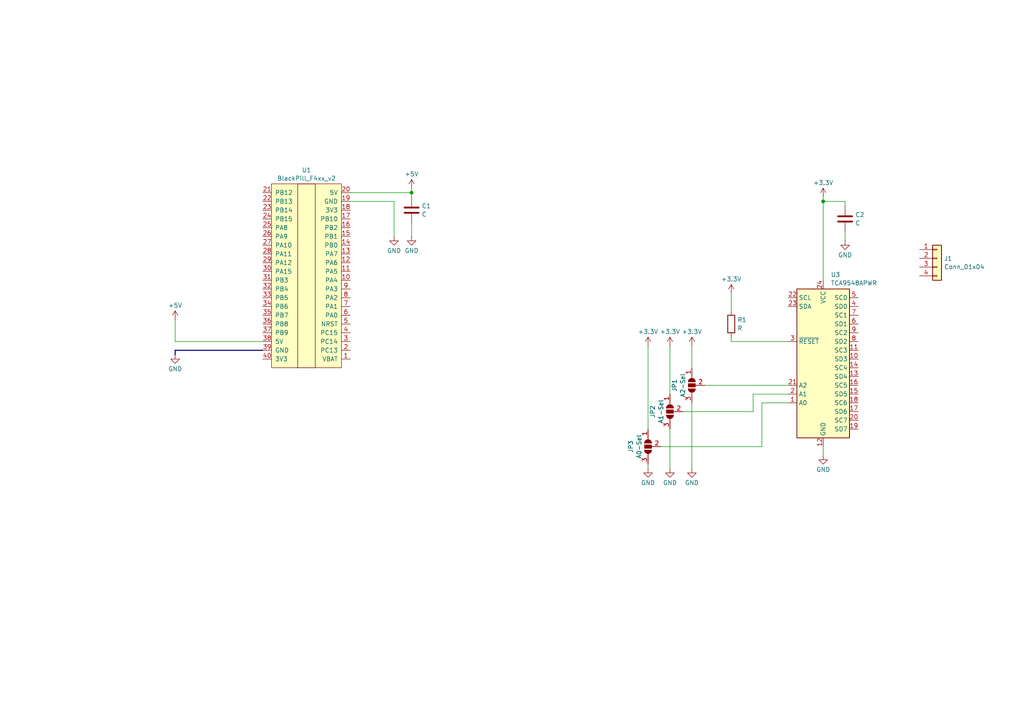
<source format=kicad_sch>
(kicad_sch (version 20231120) (generator "eeschema") (generator_version "8.0")
  (paper "A4")
  (lib_symbols
    (symbol "BlackPill_F4xx_v2:BlackPill_F4xx_v2" (pin_names (offset 1.016))
      (property "Reference" "U" (at -19.05 52.07 0))
      (property "Value" "BlackPill_F4xx_v2" (at -7.62 52.07 0))
      (symbol "BlackPill_F4xx_v2_0_1"
        (rectangle (start -20.32 50.8) (end 0 -2.54) (fill (type background)))
        (rectangle (start -12.7 50.8) (end -7.62 -2.54))
      )
      (symbol "BlackPill_F4xx_v2_1_1"
        (pin power_in line (at 2.54 0 180) (length 2.54) (name "VBAT") (number "1"))
        (pin bidirectional line (at 2.54 22.86 180) (length 2.54) (name "PA4") (number "10"))
        (pin bidirectional line (at 2.54 25.4 180) (length 2.54) (name "PA5") (number "11"))
        (pin bidirectional line (at 2.54 27.94 180) (length 2.54) (name "PA6") (number "12"))
        (pin bidirectional line (at 2.54 30.48 180) (length 2.54) (name "PA7") (number "13"))
        (pin bidirectional line (at 2.54 33.02 180) (length 2.54) (name "PB0") (number "14"))
        (pin bidirectional line (at 2.54 35.56 180) (length 2.54) (name "PB1") (number "15"))
        (pin bidirectional line (at 2.54 38.1 180) (length 2.54) (name "PB2") (number "16"))
        (pin bidirectional line (at 2.54 40.64 180) (length 2.54) (name "PB10") (number "17"))
        (pin power_in line (at 2.54 43.18 180) (length 2.54) (name "3V3") (number "18"))
        (pin power_in line (at 2.54 45.72 180) (length 2.54) (name "GND") (number "19"))
        (pin bidirectional line (at 2.54 2.54 180) (length 2.54) (name "PC13") (number "2"))
        (pin power_in line (at 2.54 48.26 180) (length 2.54) (name "5V") (number "20"))
        (pin bidirectional line (at -22.86 48.26 0) (length 2.54) (name "PB12") (number "21"))
        (pin bidirectional line (at -22.86 45.72 0) (length 2.54) (name "PB13") (number "22"))
        (pin bidirectional line (at -22.86 43.18 0) (length 2.54) (name "PB14") (number "23"))
        (pin bidirectional line (at -22.86 40.64 0) (length 2.54) (name "PB15") (number "24"))
        (pin bidirectional line (at -22.86 38.1 0) (length 2.54) (name "PA8") (number "25"))
        (pin bidirectional line (at -22.86 35.56 0) (length 2.54) (name "PA9") (number "26"))
        (pin bidirectional line (at -22.86 33.02 0) (length 2.54) (name "PA10") (number "27"))
        (pin bidirectional line (at -22.86 30.48 0) (length 2.54) (name "PA11") (number "28"))
        (pin bidirectional line (at -22.86 27.94 0) (length 2.54) (name "PA12") (number "29"))
        (pin bidirectional line (at 2.54 5.08 180) (length 2.54) (name "PC14") (number "3"))
        (pin bidirectional line (at -22.86 25.4 0) (length 2.54) (name "PA15") (number "30"))
        (pin bidirectional line (at -22.86 22.86 0) (length 2.54) (name "PB3") (number "31"))
        (pin bidirectional line (at -22.86 20.32 0) (length 2.54) (name "PB4") (number "32"))
        (pin bidirectional line (at -22.86 17.78 0) (length 2.54) (name "PB5") (number "33"))
        (pin bidirectional line (at -22.86 15.24 0) (length 2.54) (name "PB6") (number "34"))
        (pin bidirectional line (at -22.86 12.7 0) (length 2.54) (name "PB7") (number "35"))
        (pin bidirectional line (at -22.86 10.16 0) (length 2.54) (name "PB8") (number "36"))
        (pin bidirectional line (at -22.86 7.62 0) (length 2.54) (name "PB9") (number "37"))
        (pin bidirectional line (at -22.86 5.08 0) (length 2.54) (name "5V") (number "38"))
        (pin bidirectional line (at -22.86 2.54 0) (length 2.54) (name "GND") (number "39"))
        (pin bidirectional line (at 2.54 7.62 180) (length 2.54) (name "PC15") (number "4"))
        (pin bidirectional line (at -22.86 0 0) (length 2.54) (name "3V3") (number "40"))
        (pin input line (at 2.54 10.16 180) (length 2.54) (name "NRST") (number "5"))
        (pin bidirectional line (at 2.54 12.7 180) (length 2.54) (name "PA0") (number "6"))
        (pin bidirectional line (at 2.54 15.24 180) (length 2.54) (name "PA1") (number "7"))
        (pin bidirectional line (at 2.54 17.78 180) (length 2.54) (name "PA2") (number "8"))
        (pin bidirectional line (at 2.54 20.32 180) (length 2.54) (name "PA3") (number "9"))
      )
    )
    (symbol "Connector_Generic:Conn_01x04" (pin_names (offset 1.016) hide)
      (property "Reference" "J" (at 0 5.08 0))
      (property "Value" "Conn_01x04" (at 0 -7.62 0))
      (symbol "Conn_01x04_1_1"
        (rectangle (start -1.27 -4.953) (end 0 -5.207) (stroke (width 0.1524)))
        (rectangle (start -1.27 -2.413) (end 0 -2.667) (stroke (width 0.1524)))
        (rectangle (start -1.27 0.127) (end 0 -0.127) (stroke (width 0.1524)))
        (rectangle (start -1.27 2.667) (end 0 2.413) (stroke (width 0.1524)))
        (rectangle (start -1.27 3.81) (end 1.27 -6.35) (stroke (width 0.254)) (fill (type background)))
        (pin passive line (at -5.08 2.54 0) (length 3.81) (name "Pin_1") (number "1"))
        (pin passive line (at -5.08 0 0) (length 3.81) (name "Pin_2") (number "2"))
        (pin passive line (at -5.08 -2.54 0) (length 3.81) (name "Pin_3") (number "3"))
        (pin passive line (at -5.08 -5.08 0) (length 3.81) (name "Pin_4") (number "4"))
      )
    )
    (symbol "Device:C" (pin_numbers hide) (pin_names (offset 0.254))
      (property "Reference" "C" (at 0.635 2.54 0))
      (property "Value" "C" (at 0.635 -2.54 0))
      (symbol "C_0_1"
        (polyline (pts (xy -2.032 -0.762) (xy 2.032 -0.762)) (stroke (width 0.508)))
        (polyline (pts (xy -2.032 0.762) (xy 2.032 0.762)) (stroke (width 0.508)))
      )
      (symbol "C_1_1"
        (pin passive line (at 0 3.81 270) (length 2.794) (name "~") (number "1"))
        (pin passive line (at 0 -3.81 90) (length 2.794) (name "~") (number "2"))
      )
    )
    (symbol "Device:R" (pin_numbers hide) (pin_names (offset 0))
      (property "Reference" "R" (at 2.032 0 90))
      (property "Value" "R" (at 0 0 90))
      (symbol "R_0_1"
        (rectangle (start -1.016 -2.54) (end 1.016 2.54) (stroke (width 0.254)))
      )
      (symbol "R_1_1"
        (pin passive line (at 0 3.81 270) (length 1.27) (name "~") (number "1"))
        (pin passive line (at 0 -3.81 90) (length 1.27) (name "~") (number "2"))
      )
    )
    (symbol "Interface_Expansion:TCA9548APWR"
      (property "Reference" "U" (at -7.62 21.59 0))
      (property "Value" "TCA9548APWR" (at 1.016 21.59 0))
      (symbol "TCA9548APWR_0_1"
        (rectangle (start -7.62 20.32) (end 7.62 -22.86) (stroke (width 0.254)) (fill (type background)))
      )
      (symbol "TCA9548APWR_1_1"
        (pin input line (at -10.16 -12.7 0) (length 2.54) (name "A0") (number "1"))
        (pin bidirectional line (at 10.16 0 180) (length 2.54) (name "SD3") (number "10"))
        (pin output line (at 10.16 2.54 180) (length 2.54) (name "SC3") (number "11"))
        (pin power_in line (at 0 -25.4 90) (length 2.54) (name "GND") (number "12"))
        (pin bidirectional line (at 10.16 -5.08 180) (length 2.54) (name "SD4") (number "13"))
        (pin output line (at 10.16 -2.54 180) (length 2.54) (name "SC4") (number "14"))
        (pin bidirectional line (at 10.16 -10.16 180) (length 2.54) (name "SD5") (number "15"))
        (pin output line (at 10.16 -7.62 180) (length 2.54) (name "SC5") (number "16"))
        (pin bidirectional line (at 10.16 -15.24 180) (length 2.54) (name "SD6") (number "17"))
        (pin output line (at 10.16 -12.7 180) (length 2.54) (name "SC6") (number "18"))
        (pin bidirectional line (at 10.16 -20.32 180) (length 2.54) (name "SD7") (number "19"))
        (pin input line (at -10.16 -10.16 0) (length 2.54) (name "A1") (number "2"))
        (pin output line (at 10.16 -17.78 180) (length 2.54) (name "SC7") (number "20"))
        (pin input line (at -10.16 -7.62 0) (length 2.54) (name "A2") (number "21"))
        (pin input line (at -10.16 17.78 0) (length 2.54) (name "SCL") (number "22"))
        (pin bidirectional line (at -10.16 15.24 0) (length 2.54) (name "SDA") (number "23"))
        (pin power_in line (at 0 22.86 270) (length 2.54) (name "VCC") (number "24"))
        (pin input line (at -10.16 5.08 0) (length 2.54) (name "~{RESET}") (number "3"))
        (pin bidirectional line (at 10.16 15.24 180) (length 2.54) (name "SD0") (number "4"))
        (pin output line (at 10.16 17.78 180) (length 2.54) (name "SC0") (number "5"))
        (pin bidirectional line (at 10.16 10.16 180) (length 2.54) (name "SD1") (number "6"))
        (pin output line (at 10.16 12.7 180) (length 2.54) (name "SC1") (number "7"))
        (pin bidirectional line (at 10.16 5.08 180) (length 2.54) (name "SD2") (number "8"))
        (pin output line (at 10.16 7.62 180) (length 2.54) (name "SC2") (number "9"))
      )
    )
    (symbol "Jumper:SolderJumper_3_Open" (pin_names (offset 0) hide) (exclude_from_sim yes) (in_bom no)
      (property "Reference" "JP" (at -2.54 -2.54 0))
      (property "Value" "SolderJumper_3_Open" (at 0 2.794 0))
      (symbol "SolderJumper_3_Open_0_1"
        (arc (start -1.016 1.016) (mid -2.0276 0) (end -1.016 -1.016))
        (arc (start -1.016 1.016) (mid -2.0276 0) (end -1.016 -1.016) (fill (type outline)))
        (rectangle (start -0.508 1.016) (end 0.508 -1.016) (fill (type outline)))
        (polyline (pts (xy -2.54 0) (xy -2.032 0)))
        (polyline (pts (xy -1.016 1.016) (xy -1.016 -1.016)))
        (polyline (pts (xy 0 -1.27) (xy 0 -1.016)))
        (polyline (pts (xy 1.016 1.016) (xy 1.016 -1.016)))
        (polyline (pts (xy 2.54 0) (xy 2.032 0)))
        (arc (start 1.016 -1.016) (mid 2.0276 0) (end 1.016 1.016))
        (arc (start 1.016 -1.016) (mid 2.0276 0) (end 1.016 1.016) (fill (type outline)))
      )
      (symbol "SolderJumper_3_Open_1_1"
        (pin passive line (at -5.08 0 0) (length 2.54) (name "A") (number "1"))
        (pin passive line (at 0 -3.81 90) (length 2.54) (name "C") (number "2"))
        (pin passive line (at 5.08 0 180) (length 2.54) (name "B") (number "3"))
      )
    )
    (symbol "power:+3.3V" (power) (pin_numbers hide) (pin_names (offset 0) hide)
      (property "Value" "+3.3V" (at 0 3.556 0))
      (symbol "+3.3V_0_1"
        (polyline (pts (xy -0.762 1.27) (xy 0 2.54)))
        (polyline (pts (xy 0 0) (xy 0 2.54)))
        (polyline (pts (xy 0 2.54) (xy 0.762 1.27)))
      )
      (symbol "+3.3V_1_1"
        (pin power_in line (at 0 0 90) (length 0) (name "~") (number "1"))
      )
    )
    (symbol "power:+5V" (power) (pin_numbers hide) (pin_names (offset 0) hide)
      (property "Value" "+5V" (at 0 3.556 0))
      (symbol "+5V_0_1"
        (polyline (pts (xy -0.762 1.27) (xy 0 2.54)))
        (polyline (pts (xy 0 0) (xy 0 2.54)))
        (polyline (pts (xy 0 2.54) (xy 0.762 1.27)))
      )
      (symbol "+5V_1_1"
        (pin power_in line (at 0 0 90) (length 0) (name "~") (number "1"))
      )
    )
    (symbol "power:GND" (power) (pin_numbers hide) (pin_names (offset 0) hide)
      (property "Value" "GND" (at 0 -3.81 0))
      (symbol "GND_0_1"
        (polyline (pts (xy 0 0) (xy 0 -1.27) (xy 1.27 -1.27) (xy 0 -2.54) (xy -1.27 -1.27) (xy 0 -1.27)))
      )
      (symbol "GND_1_1"
        (pin power_in line (at 0 0 270) (length 0) (name "~") (number "1"))
      )
    )
  )
  (junction (at 238.76 58.42))
  (junction (at 119.38 55.88))
  (wire (pts (xy 238.76 58.42) (xy 238.76 81.28)))
  (wire (pts (xy 228.6 114.3) (xy 218.44 114.3)))
  (wire (pts (xy 200.66 116.84) (xy 200.66 135.89)))
  (wire (pts (xy 200.66 100.33) (xy 200.66 106.68)))
  (wire (pts (xy 119.38 64.77) (xy 119.38 68.58)))
  (wire (pts (xy 220.98 116.84) (xy 220.98 129.54)))
  (wire (pts (xy 187.96 134.62) (xy 187.96 135.89)))
  (wire (pts (xy 212.09 99.06) (xy 212.09 97.79)))
  (wire (pts (xy 50.8 92.71) (xy 50.8 99.06)))
  (wire (pts (xy 119.38 55.88) (xy 119.38 57.15)))
  (wire (pts (xy 212.09 85.09) (xy 212.09 90.17)))
  (wire (pts (xy 198.12 119.38) (xy 218.44 119.38)))
  (wire (pts (xy 238.76 57.15) (xy 238.76 58.42)))
  (wire (pts (xy 218.44 114.3) (xy 218.44 119.38)))
  (wire (pts (xy 194.31 100.33) (xy 194.31 114.3)))
  (wire (pts (xy 114.3 58.42) (xy 114.3 68.58)))
  (wire (pts (xy 194.31 124.46) (xy 194.31 135.89)))
  (wire (pts (xy 245.11 59.69) (xy 245.11 58.42)))
  (bus (pts (xy 76.2 101.6) (xy 50.8 101.6)))
  (wire (pts (xy 238.76 58.42) (xy 245.11 58.42)))
  (bus (pts (xy 50.8 101.6) (xy 50.8 102.87)))
  (wire (pts (xy 187.96 100.33) (xy 187.96 124.46)))
  (wire (pts (xy 204.47 111.76) (xy 228.6 111.76)))
  (wire (pts (xy 101.6 58.42) (xy 114.3 58.42)))
  (wire (pts (xy 228.6 99.06) (xy 212.09 99.06)))
  (wire (pts (xy 119.38 54.61) (xy 119.38 55.88)))
  (wire (pts (xy 238.76 129.54) (xy 238.76 132.08)))
  (wire (pts (xy 76.2 99.06) (xy 50.8 99.06)))
  (wire (pts (xy 101.6 55.88) (xy 119.38 55.88)))
  (wire (pts (xy 220.98 129.54) (xy 191.77 129.54)))
  (wire (pts (xy 228.6 116.84) (xy 220.98 116.84)))
  (wire (pts (xy 245.11 67.31) (xy 245.11 69.85)))
  (symbol (lib_id "Jumper:SolderJumper_3_Open") (at 194.31 119.38 90) (mirror x) (unit 1) (exclude_from_sim yes) (in_bom no)
    (property "Reference" "JP2" (at 189.2765 119.38 0))
    (property "Value" "A1-Sel" (at 191.7008 119.38 0))
    (property "Description" "Solder Jumper, 3-pole, open" (effects (hide yes)))
  )
  (symbol (lib_id "power:GND") (at 245.11 69.85 0) (unit 1)
    (property "Reference" "#PWR07" (effects (hide yes)))
    (property "Value" "GND" (at 245.11 73.9831 0))
    (property "Description" "Power symbol creates a global label with name \"GND\" , ground" (effects (hide yes)))
  )
  (symbol (lib_id "power:+3.3V") (at 238.76 57.15 0) (unit 1)
    (property "Reference" "#PWR06" (effects (hide yes)))
    (property "Value" "+3.3V" (at 238.76 53.0169 0))
    (property "Description" "Power symbol creates a global label with name \"+3.3V\"" (effects (hide yes)))
  )
  (symbol (lib_id "power:+3.3V") (at 187.96 100.33 0) (unit 1)
    (property "Reference" "#PWR013" (effects (hide yes)))
    (property "Value" "+3.3V" (at 187.96 96.1969 0))
    (property "Description" "Power symbol creates a global label with name \"+3.3V\"" (effects (hide yes)))
  )
  (symbol (lib_id "power:+5V") (at 50.8 92.71 0) (unit 1)
    (property "Reference" "#PWR04" (effects (hide yes)))
    (property "Value" "+5V" (at 50.8 88.5769 0))
    (property "Description" "Power symbol creates a global label with name \"+5V\"" (effects (hide yes)))
  )
  (symbol (lib_id "power:GND") (at 194.31 135.89 0) (unit 1)
    (property "Reference" "#PWR011" (effects (hide yes)))
    (property "Value" "GND" (at 194.31 140.0231 0))
    (property "Description" "Power symbol creates a global label with name \"GND\" , ground" (effects (hide yes)))
  )
  (symbol (lib_id "power:GND") (at 114.3 68.58 0) (unit 1)
    (property "Reference" "#PWR03" (effects (hide yes)))
    (property "Value" "GND" (at 114.3 72.7131 0))
    (property "Description" "Power symbol creates a global label with name \"GND\" , ground" (effects (hide yes)))
  )
  (symbol (lib_id "Jumper:SolderJumper_3_Open") (at 200.66 111.76 90) (mirror x) (unit 1) (exclude_from_sim yes) (in_bom no)
    (property "Reference" "JP1" (at 195.6265 111.76 0))
    (property "Value" "A2-Sel" (at 198.0508 111.76 0))
    (property "Description" "Solder Jumper, 3-pole, open" (effects (hide yes)))
  )
  (symbol (lib_id "power:GND") (at 200.66 135.89 0) (unit 1)
    (property "Reference" "#PWR010" (effects (hide yes)))
    (property "Value" "GND" (at 200.66 140.0231 0))
    (property "Description" "Power symbol creates a global label with name \"GND\" , ground" (effects (hide yes)))
  )
  (symbol (lib_id "power:GND") (at 238.76 132.08 0) (unit 1)
    (property "Reference" "#PWR08" (effects (hide yes)))
    (property "Value" "GND" (at 238.76 136.2131 0))
    (property "Description" "Power symbol creates a global label with name \"GND\" , ground" (effects (hide yes)))
  )
  (symbol (lib_id "BlackPill_F4xx_v2:BlackPill_F4xx_v2") (at 99.06 104.14 0) (unit 1)
    (property "Reference" "U1" (at 88.9 49.3225 0))
    (property "Value" "BlackPill_F4xx_v2" (at 88.9 51.7468 0))
    (property "Footprint" "BlackPill_F4xx_v2:BlackPill_F4xx_v2" (effects (hide yes)))
  )
  (symbol (lib_id "Interface_Expansion:TCA9548APWR") (at 238.76 104.14 0) (unit 1)
    (property "Reference" "U3" (at 240.9541 79.6755 0) (effects (justify left)))
    (property "Value" "TCA9548APWR" (at 240.9541 82.0998 0) (effects (justify left)))
    (property "Footprint" "Package_SO:TSSOP-24_4.4x7.8mm_P0.65mm" (effects (hide yes)))
    (property "Datasheet" "http://www.ti.com/lit/ds/symlink/tca9548a.pdf" (effects (hide yes)))
    (property "Description" "Low voltage 8-channel I2C switch with reset, TSSOP-24" (effects (hide yes)))
  )
  (symbol (lib_id "Jumper:SolderJumper_3_Open") (at 187.96 129.54 90) (mirror x) (unit 1) (exclude_from_sim yes) (in_bom no)
    (property "Reference" "JP3" (at 182.9265 129.54 0))
    (property "Value" "A0-Sel" (at 185.3508 129.54 0))
    (property "Description" "Solder Jumper, 3-pole, open" (effects (hide yes)))
  )
  (symbol (lib_id "power:GND") (at 187.96 135.89 0) (unit 1)
    (property "Reference" "#PWR012" (effects (hide yes)))
    (property "Value" "GND" (at 187.96 140.0231 0))
    (property "Description" "Power symbol creates a global label with name \"GND\" , ground" (effects (hide yes)))
  )
  (symbol (lib_id "power:GND") (at 50.8 102.87 0) (unit 1)
    (property "Reference" "#PWR05" (effects (hide yes)))
    (property "Value" "GND" (at 50.8 107.0031 0))
    (property "Description" "Power symbol creates a global label with name \"GND\" , ground" (effects (hide yes)))
  )
  (symbol (lib_id "power:+3.3V") (at 212.09 85.09 0) (unit 1)
    (property "Reference" "#PWR09" (effects (hide yes)))
    (property "Value" "+3.3V" (at 212.09 80.9569 0))
    (property "Description" "Power symbol creates a global label with name \"+3.3V\"" (effects (hide yes)))
  )
  (symbol (lib_id "Device:R") (at 212.09 93.98 0) (unit 1)
    (property "Reference" "R1" (at 213.868 92.7678 0) (effects (justify left)))
    (property "Value" "R" (at 213.868 95.1921 0) (effects (justify left)))
    (property "Description" "Resistor" (effects (hide yes)))
  )
  (symbol (lib_id "power:GND") (at 119.38 68.58 0) (unit 1)
    (property "Reference" "#PWR02" (effects (hide yes)))
    (property "Value" "GND" (at 119.38 72.7131 0))
    (property "Description" "Power symbol creates a global label with name \"GND\" , ground" (effects (hide yes)))
  )
  (symbol (lib_id "Connector_Generic:Conn_01x04") (at 271.78 74.93 0) (unit 1)
    (property "Reference" "J1" (at 273.812 74.9878 0) (effects (justify left)))
    (property "Value" "Conn_01x04" (at 273.812 77.4121 0) (effects (justify left)))
    (property "Description" "Generic connector, single row, 01x04, script generated (kicad-library-utils/schlib/autogen/connector/)" (effects (hide yes)))
  )
  (symbol (lib_id "Device:C") (at 119.38 60.96 0) (unit 1)
    (property "Reference" "C1" (at 122.301 59.7478 0) (effects (justify left)))
    (property "Value" "C" (at 122.301 62.1721 0) (effects (justify left)))
    (property "Description" "Unpolarized capacitor" (effects (hide yes)))
  )
  (symbol (lib_id "power:+3.3V") (at 200.66 100.33 0) (unit 1)
    (property "Reference" "#PWR015" (effects (hide yes)))
    (property "Value" "+3.3V" (at 200.66 96.1969 0))
    (property "Description" "Power symbol creates a global label with name \"+3.3V\"" (effects (hide yes)))
  )
  (symbol (lib_id "Device:C") (at 245.11 63.5 0) (unit 1)
    (property "Reference" "C2" (at 248.031 62.2878 0) (effects (justify left)))
    (property "Value" "C" (at 248.031 64.7121 0) (effects (justify left)))
    (property "Description" "Unpolarized capacitor" (effects (hide yes)))
  )
  (symbol (lib_id "power:+5V") (at 119.38 54.61 0) (unit 1)
    (property "Reference" "#PWR01" (effects (hide yes)))
    (property "Value" "+5V" (at 119.38 50.4769 0))
    (property "Description" "Power symbol creates a global label with name \"+5V\"" (effects (hide yes)))
  )
  (symbol (lib_id "power:+3.3V") (at 194.31 100.33 0) (unit 1)
    (property "Reference" "#PWR014" (effects (hide yes)))
    (property "Value" "+3.3V" (at 194.31 96.1969 0))
    (property "Description" "Power symbol creates a global label with name \"+3.3V\"" (effects (hide yes)))
  )
)
</source>
